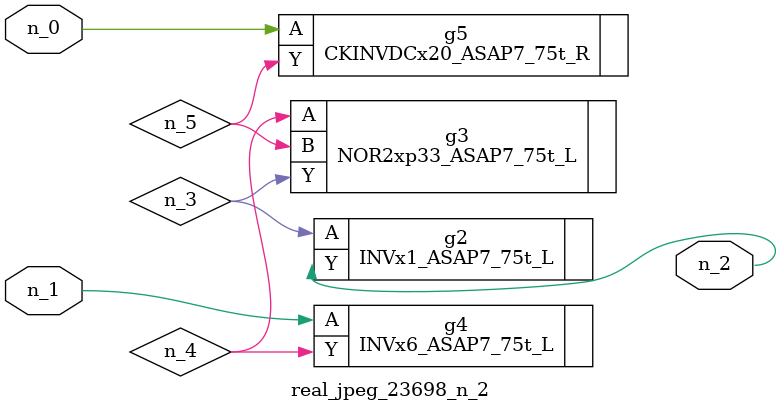
<source format=v>
module real_jpeg_23698_n_2 (n_1, n_0, n_2);

input n_1;
input n_0;

output n_2;

wire n_5;
wire n_4;
wire n_3;

CKINVDCx20_ASAP7_75t_R g5 ( 
.A(n_0),
.Y(n_5)
);

INVx6_ASAP7_75t_L g4 ( 
.A(n_1),
.Y(n_4)
);

INVx1_ASAP7_75t_L g2 ( 
.A(n_3),
.Y(n_2)
);

NOR2xp33_ASAP7_75t_L g3 ( 
.A(n_4),
.B(n_5),
.Y(n_3)
);


endmodule
</source>
